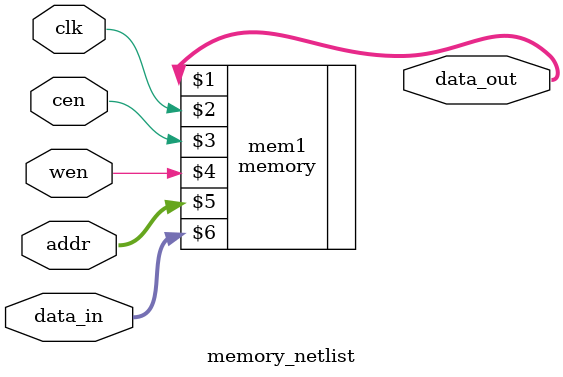
<source format=v>

`timescale 1 ns/1 ps
`celldefine
module memory_netlist (data_out, clk, cen, wen, addr, data_in);
  
   output [15:0]            data_out;
   input                    clk;
   input                    cen;
   input                    wen;
   input [6:0]              addr;
   input [15:0]             data_in;
   
   memory mem1 (data_out, clk, cen, wen, addr, data_in);

endmodule
`endcelldefine

</source>
